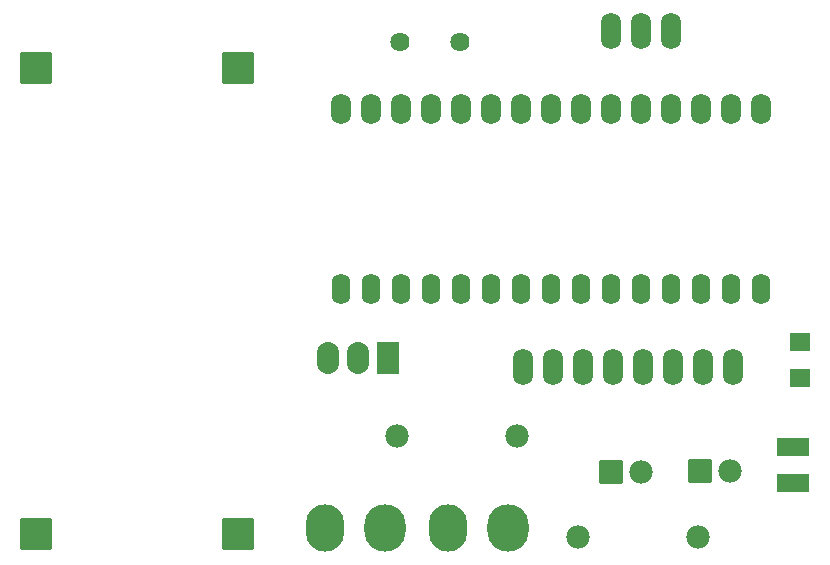
<source format=gts>
G04 Layer: TopSolderMaskLayer*
G04 EasyEDA v6.5.39, 2024-02-03 14:28:59*
G04 bcd3f98de95e48d085ed2947a1ad00ac,362fd913e7484c3682bebf37a00ceee6,10*
G04 Gerber Generator version 0.2*
G04 Scale: 100 percent, Rotated: No, Reflected: No *
G04 Dimensions in millimeters *
G04 leading zeros omitted , absolute positions ,4 integer and 5 decimal *
%FSLAX45Y45*%
%MOMM*%

%AMMACRO1*1,1,$1,$2,$3*1,1,$1,$4,$5*1,1,$1,0-$2,0-$3*1,1,$1,0-$4,0-$5*20,1,$1,$2,$3,$4,$5,0*20,1,$1,$4,$5,0-$2,0-$3,0*20,1,$1,0-$2,0-$3,0-$4,0-$5,0*20,1,$1,0-$4,0-$5,$2,$3,0*4,1,4,$2,$3,$4,$5,0-$2,0-$3,0-$4,0-$5,$2,$3,0*%
%ADD10MACRO1,0.1016X-0.9398X0.9398X0.9398X0.9398*%
%ADD11C,1.9812*%
%ADD12O,1.7015968000000001X3.101594*%
%ADD13O,3.5052000000000003X4.0132*%
%ADD14O,3.2512000000000003X4.0132*%
%ADD15MACRO1,0.1016X1.3X0.75X1.3X-0.75*%
%ADD16C,1.6256*%
%ADD17O,1.9015964X2.7015948*%
%ADD18MACRO1,0.1016X0.9X-1.3X-0.9X-1.3*%
%ADD19R,1.6676X1.6016*%
%ADD20O,1.6015970000000002X2.601595*%
%ADD21O,1.7015968000000001X2.601595*%
%ADD22MACRO1,0.2032X-1.25X1.25X1.25X1.25*%

%LPD*%
D10*
G01*
X6705600Y2438400D03*
D11*
G01*
X6959600Y2438400D03*
D10*
G01*
X5956300Y2425700D03*
D11*
G01*
X6210300Y2425700D03*
D12*
G01*
X5207000Y3320567D03*
G01*
X5461000Y3315563D03*
G01*
X5715000Y3315563D03*
G01*
X5969000Y3315563D03*
G01*
X6223000Y3315563D03*
G01*
X6477000Y3315563D03*
G01*
X6731000Y3315563D03*
G01*
X6985000Y3315563D03*
G01*
X6210300Y6159500D03*
G01*
X6464300Y6159500D03*
G01*
X5956300Y6159500D03*
D13*
G01*
X5080000Y1955800D03*
D14*
G01*
X4572000Y1955800D03*
D13*
G01*
X4038600Y1955800D03*
D14*
G01*
X3530600Y1955800D03*
D15*
G01*
X7493000Y2639199D03*
G01*
X7493000Y2339201D03*
D16*
G01*
X4673600Y6070600D03*
G01*
X4165600Y6070600D03*
D17*
G01*
X3810025Y3390392D03*
G01*
X3556000Y3391382D03*
D18*
G01*
X4064012Y3390404D03*
D11*
G01*
X4140200Y2730500D03*
G01*
X5156200Y2730500D03*
G01*
X5676900Y1879600D03*
G01*
X6692900Y1879600D03*
D19*
G01*
X7556500Y3226460D03*
G01*
X7556500Y3529939D03*
D20*
G01*
X3670300Y3975100D03*
D21*
G01*
X3924300Y5499100D03*
G01*
X4432300Y5499100D03*
G01*
X4940300Y5499100D03*
G01*
X5448300Y5499100D03*
G01*
X5956300Y5499100D03*
G01*
X6464300Y5499100D03*
G01*
X6972300Y5499100D03*
D20*
G01*
X7226300Y3975100D03*
G01*
X6718300Y3975100D03*
G01*
X6210300Y3975100D03*
G01*
X5702300Y3975100D03*
G01*
X5194300Y3975100D03*
G01*
X4686300Y3975100D03*
G01*
X4178300Y3975100D03*
G01*
X3924300Y3975100D03*
G01*
X4432300Y3975100D03*
G01*
X4940300Y3975100D03*
G01*
X5448300Y3975100D03*
G01*
X5956300Y3975100D03*
G01*
X6464300Y3975100D03*
G01*
X6972300Y3975100D03*
D21*
G01*
X7226300Y5499100D03*
G01*
X6718300Y5499100D03*
G01*
X6210300Y5499100D03*
G01*
X5702300Y5499100D03*
G01*
X5194300Y5499100D03*
G01*
X4686300Y5499100D03*
G01*
X4178300Y5499100D03*
G01*
X3670300Y5499100D03*
D22*
G01*
X1081690Y5849805D03*
G01*
X2796209Y5849805D03*
G01*
X1081694Y1900111D03*
G01*
X2796209Y1900111D03*
M02*

</source>
